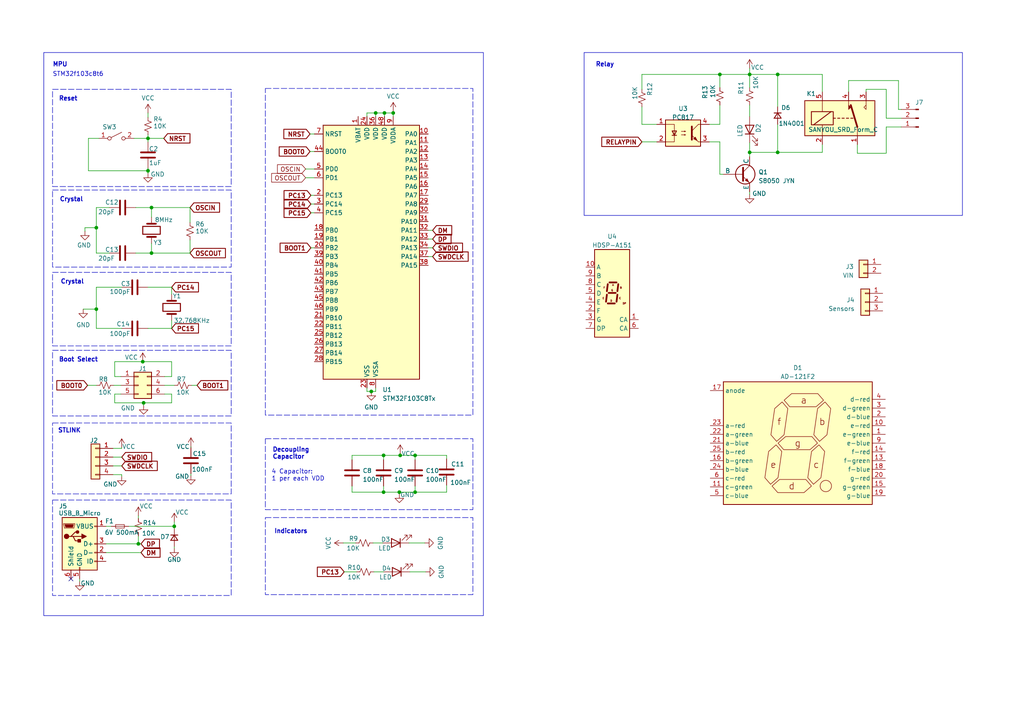
<source format=kicad_sch>
(kicad_sch (version 20230121) (generator eeschema)
  (paper "A4")
  (junction (at 43.942 60.198))
  (junction (at 225.552 21.59))
  (junction (at 50.546 152.654))
  (junction (at 208.788 21.59))
  (junction (at 40.132 157.734))
  (junction (at 41.402 104.902))
  (junction (at 217.424 21.59))
  (junction (at 42.926 40.132))
  (junction (at 116.078 132.08))
  (junction (at 400.304 7.366))
  (junction (at 410.972 44.45))
  (junction (at 394.97 18.796))
  (junction (at 41.656 116.84))
  (junction (at 111.252 142.748))
  (junction (at 108.966 32.766))
  (junction (at 400.304 -1.778))
  (junction (at 114.046 32.766))
  (junction (at 27.94 66.04))
  (junction (at 400.304 -2.032))
  (junction (at 120.396 132.08))
  (junction (at 410.972 53.594))
  (junction (at 225.552 44.196))
  (junction (at 107.696 113.538))
  (junction (at 217.424 44.196))
  (junction (at 377.698 24.638))
  (junction (at 43.942 73.406))
  (junction (at 42.926 49.53))
  (junction (at 27.94 89.662))
  (junction (at 115.824 142.748))
  (junction (at 111.252 132.08))
  (junction (at 111.506 32.766))
  (junction (at 394.97 32.004))
  (junction (at 120.396 142.748))
  (no_connect (at 20.574 167.894))
  (wire (pts (xy 49.784 116.84) (xy 41.656 116.84)))
  (wire (pts (xy 33.02 111.76) (xy 35.052 111.76)))
  (wire (pts (xy 27.94 60.198) (xy 27.94 66.04)))
  (wire (pts (xy 107.696 113.538) (xy 108.966 113.538)))
  (wire (pts (xy 186.182 30.988) (xy 186.182 36.068)))
  (wire (pts (xy 106.426 113.538) (xy 107.696 113.538)))
  (wire (pts (xy 35.052 109.22) (xy 33.274 109.22)))
  (wire (pts (xy 49.784 114.3) (xy 49.784 116.84)))
  (wire (pts (xy 90.17 59.182) (xy 91.186 59.182)))
  (wire (pts (xy 394.97 32.004) (xy 389.128 32.004)))
  (wire (pts (xy 23.114 168.656) (xy 23.114 167.894)))
  (wire (pts (xy 55.118 60.198) (xy 43.942 60.198)))
  (wire (pts (xy 49.784 104.902) (xy 49.784 109.22)))
  (wire (pts (xy 375.412 -2.032) (xy 375.412 7.366)))
  (wire (pts (xy 217.424 21.59) (xy 225.552 21.59)))
  (wire (pts (xy 464.312 89.916) (xy 461.518 89.916)))
  (wire (pts (xy 89.916 43.942) (xy 91.186 43.942)))
  (wire (pts (xy 208.788 41.148) (xy 205.74 41.148)))
  (wire (pts (xy 125.476 66.802) (xy 124.206 66.802)))
  (wire (pts (xy 466.09 64.516) (xy 466.09 65.024)))
  (wire (pts (xy 400.304 -3.048) (xy 400.304 -2.032)))
  (wire (pts (xy 125.476 69.342) (xy 124.206 69.342)))
  (wire (pts (xy 24.638 67.056) (xy 24.638 66.04)))
  (wire (pts (xy 50.546 152.654) (xy 50.546 153.416)))
  (wire (pts (xy 42.926 50.292) (xy 42.926 49.53)))
  (wire (pts (xy 410.972 53.594) (xy 421.386 53.594)))
  (wire (pts (xy 408.432 23.114) (xy 408.432 18.796)))
  (wire (pts (xy 450.088 23.876) (xy 450.85 23.876)))
  (wire (pts (xy 120.396 142.748) (xy 129.54 142.748)))
  (wire (pts (xy 42.926 49.53) (xy 42.926 48.768)))
  (wire (pts (xy 186.182 25.908) (xy 186.182 21.59)))
  (wire (pts (xy 40.132 149.606) (xy 40.132 150.368)))
  (wire (pts (xy 110.998 157.48) (xy 108.204 157.48)))
  (wire (pts (xy 406.146 72.898) (xy 406.146 75.692)))
  (wire (pts (xy 421.386 44.45) (xy 410.972 44.45)))
  (wire (pts (xy 260.604 23.368) (xy 246.126 23.368)))
  (wire (pts (xy 476.504 98.298) (xy 471.932 98.298)))
  (wire (pts (xy 120.396 132.08) (xy 129.54 132.08)))
  (wire (pts (xy 30.734 160.274) (xy 40.894 160.274)))
  (wire (pts (xy 377.698 18.796) (xy 377.698 24.638)))
  (wire (pts (xy 111.506 32.766) (xy 114.046 32.766)))
  (wire (pts (xy 208.788 21.59) (xy 208.788 25.4)))
  (wire (pts (xy 111.252 142.748) (xy 115.824 142.748)))
  (wire (pts (xy 225.552 36.068) (xy 225.552 44.196)))
  (wire (pts (xy 125.476 74.422) (xy 124.206 74.422)))
  (wire (pts (xy 375.412 7.366) (xy 400.304 7.366)))
  (wire (pts (xy 55.372 137.922) (xy 55.372 137.414)))
  (wire (pts (xy 261.366 31.75) (xy 260.604 31.75)))
  (wire (pts (xy 49.784 85.344) (xy 49.784 83.312)))
  (wire (pts (xy 49.784 95.25) (xy 42.926 95.25)))
  (wire (pts (xy 38.862 40.132) (xy 42.926 40.132)))
  (wire (pts (xy 257.048 25.908) (xy 257.048 34.29)))
  (wire (pts (xy 106.426 33.782) (xy 106.426 32.766)))
  (wire (pts (xy 208.788 50.546) (xy 208.788 41.148)))
  (wire (pts (xy 32.766 135.128) (xy 35.306 135.128)))
  (wire (pts (xy 452.882 98.298) (xy 456.438 98.298)))
  (wire (pts (xy 111.252 132.08) (xy 111.252 133.35)))
  (wire (pts (xy 238.506 44.196) (xy 225.552 44.196)))
  (wire (pts (xy 25.654 49.53) (xy 42.926 49.53)))
  (wire (pts (xy 394.97 32.004) (xy 408.432 32.004)))
  (wire (pts (xy 217.424 56.388) (xy 217.424 55.626)))
  (wire (pts (xy 108.966 113.538) (xy 108.966 112.522)))
  (wire (pts (xy 408.432 18.796) (xy 394.97 18.796)))
  (wire (pts (xy 49.784 83.312) (xy 42.926 83.312)))
  (wire (pts (xy 393.446 73.152) (xy 391.16 73.152)))
  (wire (pts (xy 209.804 50.546) (xy 208.788 50.546)))
  (wire (pts (xy 55.372 129.54) (xy 55.372 129.794)))
  (wire (pts (xy 49.784 92.964) (xy 49.784 95.25)))
  (wire (pts (xy 246.126 23.368) (xy 246.126 26.67)))
  (wire (pts (xy 251.206 26.67) (xy 251.206 25.908)))
  (wire (pts (xy 25.4 111.76) (xy 27.94 111.76)))
  (wire (pts (xy 261.366 36.83) (xy 257.048 36.83)))
  (wire (pts (xy 217.424 44.196) (xy 217.424 45.466)))
  (wire (pts (xy 400.304 -1.778) (xy 410.718 -1.778)))
  (wire (pts (xy 400.558 52.832) (xy 400.558 53.594)))
  (wire (pts (xy 111.252 140.97) (xy 111.252 142.748)))
  (wire (pts (xy 111.506 32.766) (xy 111.506 33.782)))
  (wire (pts (xy 217.424 19.812) (xy 217.424 21.59)))
  (wire (pts (xy 129.54 142.748) (xy 129.54 140.716)))
  (wire (pts (xy 50.546 111.76) (xy 47.752 111.76)))
  (wire (pts (xy 225.552 44.196) (xy 217.424 44.196)))
  (wire (pts (xy 377.698 24.638) (xy 377.698 32.004)))
  (wire (pts (xy 27.94 73.406) (xy 31.75 73.406)))
  (wire (pts (xy 55.118 64.516) (xy 55.118 60.198)))
  (wire (pts (xy 41.656 116.84) (xy 41.656 117.602)))
  (wire (pts (xy 208.788 36.068) (xy 205.74 36.068)))
  (wire (pts (xy 27.94 83.312) (xy 35.306 83.312)))
  (wire (pts (xy 257.048 36.83) (xy 257.048 44.45)))
  (wire (pts (xy 111.252 165.862) (xy 108.458 165.862)))
  (wire (pts (xy 466.09 -7.366) (xy 466.09 -6.604)))
  (wire (pts (xy 248.666 44.45) (xy 248.666 41.91)))
  (wire (pts (xy 47.752 109.22) (xy 49.784 109.22)))
  (wire (pts (xy 43.942 73.406) (xy 39.37 73.406)))
  (wire (pts (xy 125.476 71.882) (xy 124.206 71.882)))
  (wire (pts (xy 476.504 89.916) (xy 471.932 89.916)))
  (wire (pts (xy 108.966 32.766) (xy 108.966 33.782)))
  (wire (pts (xy 35.052 114.3) (xy 33.274 114.3)))
  (wire (pts (xy 394.97 29.21) (xy 394.97 32.004)))
  (wire (pts (xy 43.942 73.406) (xy 55.118 73.406)))
  (wire (pts (xy 99.822 165.862) (xy 103.378 165.862)))
  (wire (pts (xy 400.304 -1.778) (xy 400.304 -1.016)))
  (wire (pts (xy 111.252 132.08) (xy 116.078 132.08)))
  (wire (pts (xy 24.13 89.662) (xy 27.94 89.662)))
  (wire (pts (xy 90.17 56.642) (xy 91.186 56.642)))
  (wire (pts (xy 32.766 132.588) (xy 35.306 132.588)))
  (wire (pts (xy 450.85 1.016) (xy 449.072 1.016)))
  (wire (pts (xy 388.62 -2.032) (xy 400.304 -2.032)))
  (wire (pts (xy 43.942 70.612) (xy 43.942 73.406)))
  (wire (pts (xy 186.182 36.068) (xy 190.5 36.068)))
  (wire (pts (xy 57.15 111.76) (xy 55.626 111.76)))
  (wire (pts (xy 400.304 -1.778) (xy 400.304 -2.032)))
  (wire (pts (xy 99.568 157.48) (xy 103.124 157.48)))
  (wire (pts (xy 114.046 32.766) (xy 114.046 33.782)))
  (wire (pts (xy 102.108 140.97) (xy 102.108 142.748)))
  (wire (pts (xy 450.088 54.356) (xy 450.85 54.356)))
  (wire (pts (xy 208.788 30.48) (xy 208.788 36.068)))
  (wire (pts (xy 27.94 66.04) (xy 27.94 73.406)))
  (wire (pts (xy 260.604 31.75) (xy 260.604 23.368)))
  (wire (pts (xy 40.132 157.734) (xy 40.894 157.734)))
  (wire (pts (xy 400.558 45.212) (xy 400.558 44.45)))
  (wire (pts (xy 35.306 137.668) (xy 32.766 137.668)))
  (wire (pts (xy 452.882 89.916) (xy 456.438 89.916)))
  (wire (pts (xy 35.306 130.048) (xy 32.766 130.048)))
  (wire (pts (xy 397.51 76.454) (xy 397.51 70.612)))
  (wire (pts (xy 400.304 8.128) (xy 400.304 7.366)))
  (wire (pts (xy 400.558 53.594) (xy 410.972 53.594)))
  (wire (pts (xy 238.506 41.91) (xy 238.506 44.196)))
  (wire (pts (xy 108.966 32.766) (xy 111.506 32.766)))
  (wire (pts (xy 35.306 130.048) (xy 35.306 129.794)))
  (wire (pts (xy 377.698 32.004) (xy 381.508 32.004)))
  (wire (pts (xy 39.37 60.198) (xy 43.942 60.198)))
  (wire (pts (xy 115.824 142.748) (xy 120.396 142.748)))
  (wire (pts (xy 88.646 51.562) (xy 91.186 51.562)))
  (wire (pts (xy 120.396 132.08) (xy 120.396 133.35)))
  (wire (pts (xy 90.17 61.722) (xy 91.186 61.722)))
  (wire (pts (xy 217.424 21.59) (xy 217.424 25.4)))
  (wire (pts (xy 102.108 142.748) (xy 111.252 142.748)))
  (wire (pts (xy 393.446 68.072) (xy 391.16 68.072)))
  (wire (pts (xy 120.396 140.97) (xy 120.396 142.748)))
  (wire (pts (xy 115.824 142.748) (xy 115.824 143.256)))
  (wire (pts (xy 186.182 21.59) (xy 208.788 21.59)))
  (wire (pts (xy 449.072 3.556) (xy 450.85 3.556)))
  (wire (pts (xy 42.926 40.132) (xy 47.498 40.132)))
  (wire (pts (xy 410.972 53.594) (xy 410.972 53.848)))
  (wire (pts (xy 27.94 89.662) (xy 27.94 95.25)))
  (wire (pts (xy 50.546 159.004) (xy 50.546 158.496)))
  (wire (pts (xy 27.94 89.662) (xy 27.94 83.312)))
  (wire (pts (xy 102.108 133.35) (xy 102.108 132.08)))
  (wire (pts (xy 406.146 75.692) (xy 391.16 75.692)))
  (wire (pts (xy 391.922 49.53) (xy 392.684 49.53)))
  (wire (pts (xy 42.926 39.116) (xy 42.926 40.132)))
  (wire (pts (xy 394.97 18.796) (xy 394.97 21.59)))
  (wire (pts (xy 33.274 116.84) (xy 41.656 116.84)))
  (wire (pts (xy 374.396 24.638) (xy 377.698 24.638)))
  (wire (pts (xy 208.788 21.59) (xy 217.424 21.59)))
  (wire (pts (xy 450.088 56.896) (xy 450.85 56.896)))
  (wire (pts (xy 88.646 49.022) (xy 91.186 49.022)))
  (wire (pts (xy 374.396 25.654) (xy 374.396 24.638)))
  (wire (pts (xy 421.386 45.212) (xy 421.386 44.45)))
  (wire (pts (xy 397.51 70.612) (xy 391.16 70.612)))
  (wire (pts (xy 24.638 66.04) (xy 27.94 66.04)))
  (wire (pts (xy 102.108 132.08) (xy 111.252 132.08)))
  (wire (pts (xy 421.386 53.594) (xy 421.386 52.832)))
  (wire (pts (xy 400.304 -9.398) (xy 400.304 -8.128)))
  (wire (pts (xy 186.182 41.148) (xy 190.5 41.148)))
  (wire (pts (xy 50.546 151.384) (xy 50.546 152.654)))
  (wire (pts (xy 123.444 165.862) (xy 118.872 165.862)))
  (wire (pts (xy 27.94 95.25) (xy 35.306 95.25)))
  (wire (pts (xy 410.972 44.45) (xy 410.972 43.688)))
  (wire (pts (xy 408.432 32.004) (xy 408.432 28.194)))
  (wire (pts (xy 400.304 7.366) (xy 400.304 6.604)))
  (wire (pts (xy 381.508 18.796) (xy 377.698 18.796)))
  (wire (pts (xy 238.506 21.59) (xy 238.506 26.67)))
  (wire (pts (xy 389.128 18.796) (xy 394.97 18.796)))
  (wire (pts (xy 41.402 104.902) (xy 49.784 104.902)))
  (wire (pts (xy 106.426 112.522) (xy 106.426 113.538)))
  (wire (pts (xy 50.546 152.654) (xy 37.338 152.654)))
  (wire (pts (xy 28.702 40.132) (xy 25.654 40.132)))
  (wire (pts (xy 47.752 114.3) (xy 49.784 114.3)))
  (wire (pts (xy 400.558 44.45) (xy 410.972 44.45)))
  (wire (pts (xy 384.302 49.53) (xy 383.032 49.53)))
  (wire (pts (xy 55.118 73.406) (xy 55.118 69.596)))
  (wire (pts (xy 35.306 138.176) (xy 35.306 137.668)))
  (wire (pts (xy 116.078 132.08) (xy 120.396 132.08)))
  (wire (pts (xy 225.552 21.59) (xy 238.506 21.59)))
  (wire (pts (xy 33.274 104.902) (xy 41.402 104.902)))
  (wire (pts (xy 31.75 60.198) (xy 27.94 60.198)))
  (wire (pts (xy 123.19 157.48) (xy 118.618 157.48)))
  (wire (pts (xy 33.274 114.3) (xy 33.274 116.84)))
  (wire (pts (xy 217.424 33.782) (xy 217.424 30.48)))
  (wire (pts (xy 464.312 98.298) (xy 461.518 98.298)))
  (wire (pts (xy 251.206 25.908) (xy 257.048 25.908)))
  (wire (pts (xy 42.926 32.766) (xy 42.926 34.036)))
  (wire (pts (xy 30.734 157.734) (xy 40.132 157.734)))
  (wire (pts (xy 40.132 155.448) (xy 40.132 157.734)))
  (wire (pts (xy 43.942 60.198) (xy 43.942 62.992)))
  (wire (pts (xy 257.048 34.29) (xy 261.366 34.29)))
  (wire (pts (xy 25.654 40.132) (xy 25.654 49.53)))
  (wire (pts (xy 90.17 71.882) (xy 91.186 71.882)))
  (wire (pts (xy 32.258 152.654) (xy 30.734 152.654)))
  (wire (pts (xy 106.426 32.766) (xy 108.966 32.766)))
  (wire (pts (xy 89.916 38.862) (xy 91.186 38.862)))
  (wire (pts (xy 42.926 40.132) (xy 42.926 41.148)))
  (wire (pts (xy 257.048 44.45) (xy 248.666 44.45)))
  (wire (pts (xy 129.54 132.08) (xy 129.54 133.096)))
  (wire (pts (xy 114.046 32.258) (xy 114.046 32.766)))
  (wire (pts (xy 378.46 -2.032) (xy 375.412 -2.032)))
  (wire (pts (xy 116.078 131.572) (xy 116.078 132.08)))
  (wire (pts (xy 217.424 41.402) (xy 217.424 44.196)))
  (wire (pts (xy 225.552 21.59) (xy 225.552 30.988)))
  (wire (pts (xy 33.274 109.22) (xy 33.274 104.902)))
  (rectangle (start 76.962 150.114) (end 137.16 172.466) (stroke (width 0) (type dash)))
  (rectangle (start 15.24 101.6) (end 67.056 120.65) (stroke (width 0) (type dash)))
  (rectangle (start 76.962 127.254) (end 137.16 147.828) (stroke (width 0) (type dash)))
  (rectangle (start 12.7 15.24) (end 140.208 178.562))
  (rectangle (start 169.418 15.24) (end 279.146 62.484))
  (rectangle (start 364.998 38.354) (end 425.958 58.928) (stroke (width 0) (type dash)))
  (rectangle (start 15.24 122.682) (end 67.056 143.256) (stroke (width 0) (type dash)))
  (rectangle (start 15.24 78.994) (end 67.056 100.33) (stroke (width 0) (type dash)))
  (rectangle (start 364.998 60.706) (end 425.958 81.28) (stroke (width 0) (type dash)))
  (rectangle (start 76.962 25.654) (end 137.16 120.396) (stroke (width 0) (type dash)))
  (rectangle (start 15.24 145.034) (end 67.056 172.72) (stroke (width 0) (type dash)))
  (rectangle (start 15.24 55.118) (end 67.056 77.47) (stroke (width 0) (type dash)))
  (rectangle (start 364.998 -16.256) (end 425.958 11.938) (stroke (width 0) (type dash)))
  (rectangle (start 430.022 83.058) (end 488.188 103.632) (stroke (width 0) (type dash)))
  (rectangle (start 15.24 25.908) (end 67.056 54.102) (stroke (width 0) (type dash)))
  (rectangle (start 361.442 -26.416) (end 497.332 108.712))
  (rectangle (start 364.998 13.716) (end 425.958 36.068) (stroke (width 0) (type dash)))
  (rectangle (start 430.022 -16.256) (end 488.188 81.28) (stroke (width 0) (type dash)))
  (text "Reset\n" (at 366.776 -12.7 0) (effects (font (size 1.27 1.27) bold) (justify left bottom)))
  (text "Crystal\n" (at 17.526 82.55 0) (effects (font (size 1.27 1.27) bold) (justify left bottom)))
  (text "Indicators\n" (at 432.562 86.614 0) (effects (font (size 1.27 1.27) bold) (justify left bottom)))
  (text "STLINK\n" (at 367.538 65.532 0) (effects (font (size 1.27 1.27) bold) (justify left bottom)))
  (text "Boot Select" (at 17.018 105.156 0) (effects (font (size 1.27 1.27) bold) (justify left bottom)))
  (text "STLINK\n" (at 16.764 125.73 0) (effects (font (size 1.27 1.27) bold) (justify left bottom)))
  (text "Decoupling \nCapacitor\n" (at 367.03 44.45 0) (effects (font (size 1.27 1.27) bold) (justify left bottom)))
  (text "Reset\n" (at 17.018 29.464 0) (effects (font (size 1.27 1.27) bold) (justify left bottom)))
  (text "STM8S\n" (at 364.744 -18.288 0) (effects (font (size 1.27 1.27)) (justify left bottom)))
  (text "MPU\n" (at 364.744 -21.082 0) (effects (font (size 1.27 1.27) (thickness 0.254) bold) (justify left bottom)))
  (text "Relay\n" (at 172.72 19.558 0) (effects (font (size 1.27 1.27) bold) (justify left bottom)))
  (text "MPU\n" (at 15.24 19.558 0) (effects (font (size 1.27 1.27) (thickness 0.254) bold) (justify left bottom)))
  (text "STM32f103c8t6" (at 15.24 22.352 0) (effects (font (size 1.27 1.27)) (justify left bottom)))
  (text "Crystal\n" (at 17.272 58.674 0) (effects (font (size 1.27 1.27) bold) (justify left bottom)))
  (text "butuh riset lg\n" (at 409.194 65.532 0) (effects (font (size 1.27 1.27) bold) (justify left bottom)))
  (text "4 Capacitor: \n1 per each VDD\n" (at 78.74 139.7 0) (effects (font (size 1.27 1.27)) (justify left bottom)))
  (text "Indicators\n" (at 79.502 154.94 0) (effects (font (size 1.27 1.27) bold) (justify left bottom)))
  (text "Crystal\n" (at 367.03 17.272 0) (effects (font (size 1.27 1.27) bold) (justify left bottom)))
  (text "Decoupling \nCapacitor\n" (at 78.994 133.35 0) (effects (font (size 1.27 1.27) bold) (justify left bottom)))
  (global_label "DP" (shape input) (at 40.894 157.734 0) (effects (font bold)) (property "Intersheetrefs" "${INTERSHEET_REFS}" (effects hide)))
  (global_label "SWIM" (shape input) (at 393.446 73.152 0) (effects (font bold)) (property "Intersheetrefs" "${INTERSHEET_REFS}" (effects hide)))
  (global_label "OSCOUT" (shape input) (at 88.646 51.562 180) (property "Intersheetrefs" "${INTERSHEET_REFS}" (effects hide)))
  (global_label "SWDCLK" (shape input) (at 125.476 74.422 0) (effects (font bold)) (property "Intersheetrefs" "${INTERSHEET_REFS}" (effects hide)))
  (global_label "BOOT1" (shape input) (at 90.17 71.882 180) (effects (font bold)) (property "Intersheetrefs" "${INTERSHEET_REFS}" (effects hide)))
  (global_label "VCAP" (shape input) (at 450.088 56.896 180) (effects (font bold)) (property "Intersheetrefs" "${INTERSHEET_REFS}" (effects hide)))
  (global_label "RELAYPIN" (shape input) (at 186.182 41.148 180) (effects (font bold)) (property "Intersheetrefs" "${INTERSHEET_REFS}" (effects hide)))
  (global_label "PB5" (shape input) (at 476.504 98.298 0) (effects (font bold)) (property "Intersheetrefs" "${INTERSHEET_REFS}" (effects hide)))
  (global_label "SWDIO" (shape input) (at 35.306 132.588 0) (effects (font bold)) (property "Intersheetrefs" "${INTERSHEET_REFS}" (effects hide)))
  (global_label "NRST" (shape input) (at 393.446 68.072 0) (effects (font bold)) (property "Intersheetrefs" "${INTERSHEET_REFS}" (effects hide)))
  (global_label "PC13" (shape input) (at 99.822 165.862 180) (effects (font bold)) (property "Intersheetrefs" "${INTERSHEET_REFS}" (effects hide)))
  (global_label "PC13" (shape input) (at 90.17 56.642 180) (effects (font bold)) (property "Intersheetrefs" "${INTERSHEET_REFS}" (effects hide)))
  (global_label "OSCIN" (shape input) (at 55.118 60.198 0) (effects (font bold)) (property "Intersheetrefs" "${INTERSHEET_REFS}" (effects hide)))
  (global_label "DP" (shape input) (at 125.476 69.342 0) (effects (font bold)) (property "Intersheetrefs" "${INTERSHEET_REFS}" (effects hide)))
  (global_label "DM" (shape input) (at 125.476 66.802 0) (effects (font bold)) (property "Intersheetrefs" "${INTERSHEET_REFS}" (effects hide)))
  (global_label "OSCIN" (shape input) (at 449.072 1.016 180) (effects (font bold)) (property "Intersheetrefs" "${INTERSHEET_REFS}" (effects hide)))
  (global_label "NRST" (shape input) (at 410.718 -1.778 0) (effects (font bold)) (property "Intersheetrefs" "${INTERSHEET_REFS}" (effects hide)))
  (global_label "PC14" (shape input) (at 90.17 59.182 180) (effects (font bold)) (property "Intersheetrefs" "${INTERSHEET_REFS}" (effects hide)))
  (global_label "BOOT1" (shape input) (at 57.15 111.76 0) (effects (font bold)) (property "Intersheetrefs" "${INTERSHEET_REFS}" (effects hide)))
  (global_label "OSCOUT" (shape input) (at 449.072 3.556 180) (effects (font bold)) (property "Intersheetrefs" "${INTERSHEET_REFS}" (effects hide)))
  (global_label "PC15" (shape input) (at 90.17 61.722 180) (effects (font bold)) (property "Intersheetrefs" "${INTERSHEET_REFS}" (effects hide)))
  (global_label "SWDIO" (shape input) (at 125.476 71.882 0) (effects (font bold)) (property "Intersheetrefs" "${INTERSHEET_REFS}" (effects hide)))
  (global_label "BOOT0" (shape input) (at 25.4 111.76 180) (effects (font bold)) (property "Intersheetrefs" "${INTERSHEET_REFS}" (effects hide)))
  (global_label "OSCIN" (shape input) (at 408.432 18.796 0) (effects (font bold)) (property "Intersheetrefs" "${INTERSHEET_REFS}" (effects hide)))
  (global_label "NRST" (shape input) (at 47.498 40.132 0) (effects (font bold)) (property "Intersheetrefs" "${INTERSHEET_REFS}" (effects hide)))
  (global_label "OSCOUT" (shape input) (at 408.432 32.004 0) (effects (font bold)) (property "Intersheetrefs" "${INTERSHEET_REFS}" (effects hide)))
  (global_label "PC14" (shape input) (at 49.784 83.312 0) (effects (font bold)) (property "Intersheetrefs" "${INTERSHEET_REFS}" (effects hide)))
  (global_label "OSCOUT" (shape input) (at 55.118 73.406 0) (effects (font bold)) (property "Intersheetrefs" "${INTERSHEET_REFS}" (effects hide)))
  (global_label "SWDCLK" (shape input) (at 35.306 135.128 0) (effects (font bold)) (property "Intersheetrefs" "${INTERSHEET_REFS}" (effects hide)))
  (global_label "DM" (shape input) (at 40.894 160.274 0) (effects (font bold)) (property "Intersheetrefs" "${INTERSHEET_REFS}" (effects hide)))
  (global_label "PC15" (shape input) (at 49.784 95.25 0) (effects (font bold)) (property "Intersheetrefs" "${INTERSHEET_REFS}" (effects hide)))
  (global_label "VCAP" (shape input) (at 383.032 49.53 180) (effects (font bold)) (property "Intersheetrefs" "${INTERSHEET_REFS}" (effects hide)))
  (global_label "OSCIN" (shape input) (at 88.646 49.022 180) (property "Intersheetrefs" "${INTERSHEET_REFS}" (effects hide)))
  (global_label "NRST" (shape input) (at 450.088 54.356 180) (effects (font bold)) (property "Intersheetrefs" "${INTERSHEET_REFS}" (effects hide)))
  (global_label "NRST" (shape input) (at 89.916 38.862 180) (effects (font bold)) (property "Intersheetrefs" "${INTERSHEET_REFS}" (effects hide)))
  (global_label "BOOT0" (shape input) (at 89.916 43.942 180) (effects (font bold)) (property "Intersheetrefs" "${INTERSHEET_REFS}" (effects hide)))
  (global_label "PB5" (shape input) (at 450.088 23.876 180) (effects (font bold)) (property "Intersheetrefs" "${INTERSHEET_REFS}" (effects hide)))
  (symbol (lib_id "Device:R_Small_US") (at 40.132 152.908 180) (unit 1)
    (property "Reference" "R14" (at 41.402 151.638 0) (effects (justify right)))
    (property "Value" "10K" (at 41.148 154.686 0) (effects (justify right)))
    (property "Footprint" "Resistor_SMD:R_0805_2012Metric_Pad1.20x1.40mm_HandSolder" (effects hide))
  )
  (symbol (lib_id "Switch:SW_SPST") (at 383.54 -2.032 0) (unit 1)
    (property "Reference" "SW1" (at 381.508 -5.334 0))
    (property "Value" "SW_SPST" (effects hide))
    (property "Footprint" "Button_Switch_THT:SW_PUSH_6mm_H5mm" (effects hide))
  )
  (symbol (lib_id "Device:C") (at 39.116 83.312 270) (unit 1)
    (property "Reference" "C3" (at 35.052 82.296 90) (effects (justify left)))
    (property "Value" "100pF" (at 31.75 84.582 90) (effects (justify left)))
    (property "Footprint" "Capacitor_SMD:C_0805_2012Metric_Pad1.18x1.45mm_HandSolder" (effects hide))
  )
  (symbol (lib_id "Connector_Generic:Conn_02x03_Odd_Even") (at 40.132 111.76 0) (unit 1)
    (property "Reference" "J1" (at 41.402 106.934 0))
    (property "Value" "Conn_02x03_Odd_Even" (effects hide))
  )
  (symbol (lib_id "power:GND") (at 35.306 138.176 0) (unit 1)
    (property "Reference" "#PWR019" (effects hide))
    (property "Value" "GND" (at 32.004 140.462 0))
  )
  (symbol (lib_id "power:GND") (at 410.972 53.848 0) (unit 1)
    (property "Reference" "#PWR04" (effects hide))
    (property "Value" "GND" (at 415.036 55.372 0))
  )
  (symbol (lib_id "power:GND") (at 24.638 67.056 0) (unit 1)
    (property "Reference" "#PWR014" (effects hide))
    (property "Value" "GND" (at 24.384 71.12 0))
  )
  (symbol (lib_id "Device:C") (at 385.318 32.004 270) (unit 1)
    (property "Reference" "C17" (at 380.238 30.988 90) (effects (justify left)))
    (property "Value" "20pF" (at 378.206 33.528 90) (effects (justify left)))
    (property "Footprint" "Capacitor_SMD:C_0805_2012Metric_Pad1.18x1.45mm_HandSolder" (effects hide))
  )
  (symbol (lib_id "Device:C") (at 421.386 49.022 0) (unit 1)
    (property "Reference" "C7" (at 417.068 46.99 0) (effects (justify left)))
    (property "Value" "10uF" (at 416.56 51.308 0) (effects (justify left)))
    (property "Footprint" "Capacitor_SMD:C_0805_2012Metric_Pad1.18x1.45mm_HandSolder" (effects hide))
  )
  (symbol (lib_id "Device:LED") (at 468.122 98.298 180) (unit 1)
    (property "Reference" "D8" (at 466.344 95.758 0) (effects (justify right)))
    (property "Value" "LED" (at 466.598 101.092 0) (effects (justify right)))
    (property "Footprint" "LED_SMD:LED_1206_3216Metric_Pad1.42x1.75mm_HandSolder" (effects hide))
  )
  (symbol (lib_id "Device:Fuse_Small") (at 34.798 152.654 0) (unit 1)
    (property "Reference" "F1" (at 31.75 151.13 0))
    (property "Value" "6V 500mA" (at 35.306 154.432 0))
    (property "Footprint" "Fuse:Fuse_1812_4532Metric_Pad1.30x3.40mm_HandSolder" (effects hide))
  )
  (symbol (lib_id "Device:C") (at 39.116 95.25 270) (unit 1)
    (property "Reference" "C14" (at 33.782 93.98 90) (effects (justify left)))
    (property "Value" "100pF" (at 31.75 96.774 90) (effects (justify left)))
    (property "Footprint" "Capacitor_SMD:C_0805_2012Metric_Pad1.18x1.45mm_HandSolder" (effects hide))
  )
  (symbol (lib_id "power:GND") (at 397.51 76.454 0) (unit 1)
    (property "Reference" "#PWR05" (effects hide))
    (property "Value" "GND" (at 401.066 78.486 0))
  )
  (symbol (lib_id "Device:LED") (at 468.122 89.916 180) (unit 1)
    (property "Reference" "D9" (at 466.852 86.614 0) (effects (justify right)))
    (property "Value" "LED" (at 466.598 92.71 0) (effects (justify right)))
    (property "Footprint" "LED_SMD:LED_1206_3216Metric_Pad1.42x1.75mm_HandSolder" (effects hide))
  )
  (symbol (lib_id "Device:LED") (at 217.424 37.592 90) (unit 1)
    (property "Reference" "D2" (at 219.964 35.814 0) (effects (justify right)))
    (property "Value" "LED" (at 214.63 36.068 0) (effects (justify right)))
    (property "Footprint" "LED_SMD:LED_1206_3216Metric_Pad1.42x1.75mm_HandSolder" (effects hide))
  )
  (symbol (lib_id "Connector_Generic:Conn_01x04") (at 27.686 132.588 0) (mirror y) (unit 1)
    (property "Reference" "J2" (at 28.448 127.762 0) (effects (justify left)))
    (property "Value" "Conn_01x04" (effects hide))
  )
  (symbol (lib_id "power:VCC") (at 55.372 129.54 0) (unit 1)
    (property "Reference" "#PWR021" (effects hide))
    (property "Value" "VCC" (at 53.086 129.54 0))
  )
  (symbol (lib_id "Device:R_Small_US") (at 208.788 27.94 0) (unit 1)
    (property "Reference" "R13" (at 204.47 28.702 90) (effects (justify left)))
    (property "Value" "10K" (at 206.756 28.448 90) (effects (justify left)))
    (property "Footprint" "Resistor_SMD:R_0805_2012Metric_Pad1.20x1.40mm_HandSolder" (effects hide))
  )
  (symbol (lib_id "power:VCC") (at 42.926 32.766 0) (unit 1)
    (property "Reference" "#PWR09" (effects hide))
    (property "Value" "VCC" (at 42.926 28.448 0))
  )
  (symbol (lib_id "Display_Character:AD-121F2") (at 231.394 128.524 0) (unit 1)
    (property "Reference" "D1" (at 231.394 106.68 0))
    (property "Value" "AD-121F2" (at 231.394 109.22 0))
    (property "Footprint" "Display_7Segment:AD-121F2" (effects hide))
    (property "Datasheet" "http://usasyck.com/products/AD-121F2_cat_e.pdf" (effects hide))
  )
  (symbol (lib_id "Device:C") (at 400.558 49.022 0) (unit 1)
    (property "Reference" "C6" (at 401.066 46.99 0) (effects (justify left)))
    (property "Value" "100nF" (at 400.812 51.562 0) (effects (justify left)))
    (property "Footprint" "Capacitor_SMD:C_0805_2012Metric_Pad1.18x1.45mm_HandSolder" (effects hide))
  )
  (symbol (lib_id "power:VCC") (at 40.132 149.606 0) (unit 1)
    (property "Reference" "#PWR034" (effects hide))
    (property "Value" "VCC" (at 42.418 146.812 0))
  )
  (symbol (lib_id "power:GND") (at 55.372 137.922 0) (unit 1)
    (property "Reference" "#PWR022" (effects hide))
    (property "Value" "GND" (at 52.832 138.176 0))
  )
  (symbol (lib_id "Connector_Generic:Conn_01x03") (at 250.952 87.63 0) (mirror y) (unit 1)
    (property "Reference" "J4" (at 247.904 86.995 0) (effects (justify left)))
    (property "Value" "Sensors" (at 247.904 89.535 0) (effects (justify left)))
  )
  (symbol (lib_id "power:VCC") (at 50.546 151.384 0) (unit 1)
    (property "Reference" "#PWR032" (effects hide))
    (property "Value" "VCC" (at 52.832 148.59 0))
  )
  (symbol (lib_id "Device:R_Small_US") (at 400.304 -5.588 180) (unit 1)
    (property "Reference" "R2" (at 401.828 -7.62 0) (effects (justify right)))
    (property "Value" "10K" (at 401.828 -5.588 0) (effects (justify right)))
    (property "Footprint" "Resistor_SMD:R_0805_2012Metric_Pad1.20x1.40mm_HandSolder" (effects hide))
  )
  (symbol (lib_id "power:GND") (at 392.684 49.53 90) (unit 1)
    (property "Reference" "#PWR027" (effects hide))
    (property "Value" "GND" (at 393.192 46.736 0))
  )
  (symbol (lib_id "power:VCC") (at 99.568 157.48 90) (unit 1)
    (property "Reference" "#PWR023" (effects hide))
    (property "Value" "VCC" (at 95.25 157.48 0))
  )
  (symbol (lib_id "Device:C") (at 385.318 18.796 270) (unit 1)
    (property "Reference" "C5" (at 380.238 17.272 90) (effects (justify left)))
    (property "Value" "20pF" (at 378.206 20.066 90) (effects (justify left)))
    (property "Footprint" "Capacitor_SMD:C_0805_2012Metric_Pad1.18x1.45mm_HandSolder" (effects hide))
  )
  (symbol (lib_id "Device:R_Small_US") (at 408.432 25.654 180) (unit 1)
    (property "Reference" "R3" (at 409.956 23.622 0) (effects (justify right)))
    (property "Value" "10K" (at 409.956 25.654 0) (effects (justify right)))
    (property "Footprint" "Resistor_SMD:R_0805_2012Metric_Pad1.20x1.40mm_HandSolder" (effects hide))
  )
  (symbol (lib_id "power:GND") (at 400.304 8.128 0) (unit 1)
    (property "Reference" "#PWR029" (effects hide))
    (property "Value" "GND" (at 403.098 8.382 0))
  )
  (symbol (lib_id "power:GND") (at 115.824 143.256 0) (unit 1)
    (property "Reference" "#PWR012" (effects hide))
    (property "Value" "GND" (at 118.11 143.51 0))
  )
  (symbol (lib_id "power:GND") (at 41.656 117.602 0) (unit 1)
    (property "Reference" "#PWR018" (effects hide))
    (property "Value" "GND" (at 37.084 118.364 0))
  )
  (symbol (lib_id "power:VCC") (at 452.882 98.298 90) (unit 1)
    (property "Reference" "#PWR035" (effects hide))
    (property "Value" "VCC" (at 448.564 98.298 0))
  )
  (symbol (lib_id "Device:R_Small_US") (at 458.978 98.298 90) (unit 1)
    (property "Reference" "R15" (at 458.343 96.012 90) (effects (justify left)))
    (property "Value" "10K" (at 459.486 100.33 90) (effects (justify left)))
    (property "Footprint" "Resistor_SMD:R_0805_2012Metric_Pad1.20x1.40mm_HandSolder" (effects hide))
  )
  (symbol (lib_id "Device:C") (at 55.372 133.604 0) (unit 1)
    (property "Reference" "C15" (at 55.88 131.572 0) (effects (justify left)))
    (property "Value" "100nF" (at 55.626 136.144 0) (effects (justify left)))
    (property "Footprint" "Capacitor_SMD:C_0805_2012Metric_Pad1.18x1.45mm_HandSolder" (effects hide))
  )
  (symbol (lib_id "Device:LED") (at 115.062 165.862 180) (unit 1)
    (property "Reference" "D4" (at 110.744 164.846 0) (effects (justify right)))
    (property "Value" "LED" (at 109.982 167.386 0) (effects (justify right)))
    (property "Footprint" "LED_SMD:LED_1206_3216Metric_Pad1.42x1.75mm_HandSolder" (effects hide))
  )
  (symbol (lib_id "Device:Crystal") (at 49.784 89.154 90) (unit 1)
    (property "Reference" "Y1" (at 51.308 85.852 90))
    (property "Value" "32.768KHz" (at 55.626 92.964 90))
    (property "Footprint" "Crystal:Crystal_SMD_SeikoEpson_MC306-4Pin_8.0x3.2mm_HandSoldering" (effects hide))
  )
  (symbol (lib_id "MCU_ST_STM8:STM8S003K3T") (at 466.09 28.956 0) (unit 1)
    (property "Reference" "U2" (at 468.0459 -6.096 0) (effects (justify left)))
    (property "Value" "STM8S003K3T" (at 468.0459 -3.556 0) (effects (justify left)))
    (property "Footprint" "Package_QFP:LQFP-32_7x7mm_P0.8mm" (effects hide))
    (property "Datasheet" "http://www.st.com/st-web-ui/static/active/en/resource/technical/document/datasheet/DM00024550.pdf" (effects hide))
  )
  (symbol (lib_id "Device:LED") (at 114.808 157.48 180) (unit 1)
    (property "Reference" "D3" (at 110.49 156.464 0) (effects (justify right)))
    (property "Value" "LED" (at 109.728 159.004 0) (effects (justify right)))
    (property "Footprint" "LED_SMD:LED_1206_3216Metric_Pad1.42x1.75mm_HandSolder" (effects hide))
  )
  (symbol (lib_id "Device:Crystal") (at 394.97 25.4 90) (unit 1)
    (property "Reference" "Y4" (at 396.748 28.956 90))
    (property "Value" "8MHz" (at 398.526 22.352 90))
    (property "Footprint" "Crystal:Crystal_HC49-4H_Vertical" (effects hide))
  )
  (symbol (lib_id "MCU_ST_STM32F1:STM32F103C8Tx") (at 106.426 74.422 0) (unit 1)
    (property "Reference" "U1" (at 110.9219 113.03 0) (effects (justify left)))
    (property "Value" "STM32F103C8Tx" (at 110.9219 115.57 0) (effects (justify left)))
    (property "Footprint" "Package_QFP:LQFP-48_7x7mm_P0.5mm" (effects hide))
    (property "Datasheet" "https://www.st.com/resource/en/datasheet/stm32f103c8.pdf" (effects hide))
  )
  (symbol (lib_id "power:VCC") (at 406.146 72.898 0) (unit 1)
    (property "Reference" "#PWR06" (effects hide))
    (property "Value" "VCC" (at 406.146 69.596 0))
  )
  (symbol (lib_id "Device:R_Small_US") (at 186.182 28.448 0) (unit 1)
    (property "Reference" "R12" (at 188.468 27.813 90) (effects (justify left)))
    (property "Value" "10K" (at 184.15 28.956 90) (effects (justify left)))
    (property "Footprint" "Resistor_SMD:R_0805_2012Metric_Pad1.20x1.40mm_HandSolder" (effects hide))
  )
  (symbol (lib_id "power:GND") (at 107.696 113.538 0) (unit 1)
    (property "Reference" "#PWR016" (effects hide))
    (property "Value" "GND" (at 107.696 118.11 0))
  )
  (symbol (lib_id "Device:C") (at 111.252 137.16 0) (unit 1)
    (property "Reference" "C9" (at 114.3 136.525 0) (effects (justify left)))
    (property "Value" "100nF" (at 114.3 139.065 0) (effects (justify left)))
    (property "Footprint" "Capacitor_SMD:C_0805_2012Metric_Pad1.18x1.45mm_HandSolder" (effects hide))
  )
  (symbol (lib_id "Relay:SANYOU_SRD_Form_C") (at 243.586 34.29 0) (unit 1)
    (property "Reference" "K1" (at 233.934 27.178 0) (effects (justify left)))
    (property "Value" "SANYOU_SRD_Form_C" (at 234.442 37.592 0) (effects (justify left)))
    (property "Footprint" "Relay_THT:Relay_SPDT_SANYOU_SRD_Series_Form_C" (effects hide))
    (property "Datasheet" "http://www.sanyourelay.ca/public/products/pdf/SRD.pdf" (effects hide))
  )
  (symbol (lib_id "power:VCC") (at 466.09 -7.366 0) (unit 1)
    (property "Reference" "#PWR02" (effects hide))
    (property "Value" "VCC" (at 468.376 -7.62 0))
  )
  (symbol (lib_id "power:GND") (at 217.424 56.388 0) (unit 1)
    (property "Reference" "#PWR030" (effects hide))
    (property "Value" "GND" (at 220.218 56.134 0))
  )
  (symbol (lib_id "power:GND") (at 123.19 157.48 90) (unit 1)
    (property "Reference" "#PWR024" (effects hide))
    (property "Value" "GND" (at 127.762 157.48 0))
  )
  (symbol (lib_id "power:GND") (at 23.114 168.656 0) (unit 1)
    (property "Reference" "#PWR031" (effects hide))
    (property "Value" "GND" (at 25.4 169.164 0))
  )
  (symbol (lib_id "Device:C") (at 42.926 44.958 0) (unit 1)
    (property "Reference" "C2" (at 43.18 43.18 0) (effects (justify left)))
    (property "Value" "1uF" (at 43.18 47.244 0) (effects (justify left)))
    (property "Footprint" "Capacitor_SMD:C_0805_2012Metric_Pad1.18x1.45mm_HandSolder" (effects hide))
  )
  (symbol (lib_id "Device:C") (at 35.56 73.406 270) (unit 1)
    (property "Reference" "C13" (at 30.48 72.39 90) (effects (justify left)))
    (property "Value" "20pF" (at 28.448 74.93 90) (effects (justify left)))
    (property "Footprint" "Capacitor_SMD:C_0805_2012Metric_Pad1.18x1.45mm_HandSolder" (effects hide))
  )
  (symbol (lib_id "power:VCC") (at 116.078 131.572 0) (unit 1)
    (property "Reference" "#PWR013" (effects hide))
    (property "Value" "VCC" (at 118.364 131.572 0))
  )
  (symbol (lib_id "power:GND") (at 24.13 89.662 0) (unit 1)
    (property "Reference" "#PWR015" (effects hide))
    (property "Value" "GND" (at 24.13 94.234 0))
  )
  (symbol (lib_id "Device:R_Small_US") (at 458.978 89.916 90) (unit 1)
    (property "Reference" "R16" (at 458.343 87.63 90) (effects (justify left)))
    (property "Value" "10K" (at 459.232 92.202 90) (effects (justify left)))
    (property "Footprint" "Resistor_SMD:R_0805_2012Metric_Pad1.20x1.40mm_HandSolder" (effects hide))
  )
  (symbol (lib_id "power:GND") (at 50.546 159.004 0) (unit 1)
    (property "Reference" "#PWR033" (effects hide))
    (property "Value" "GND" (at 50.546 162.306 0))
  )
  (symbol (lib_id "Device:Crystal") (at 43.942 66.802 90) (unit 1)
    (property "Reference" "Y3" (at 45.72 70.358 90))
    (property "Value" "8MHz" (at 47.498 63.754 90))
    (property "Footprint" "Crystal:Crystal_HC49-4H_Vertical" (effects hide))
  )
  (symbol (lib_id "power:VCC") (at 35.306 129.794 0) (unit 1)
    (property "Reference" "#PWR020" (effects hide))
    (property "Value" "VCC" (at 37.338 129.54 0))
  )
  (symbol (lib_id "power:VCC") (at 41.402 104.902 0) (unit 1)
    (property "Reference" "#PWR017" (effects hide))
    (property "Value" "VCC" (at 38.1 103.632 0))
  )
  (symbol (lib_id "Device:R_Small_US") (at 30.48 111.76 270) (unit 1)
    (property "Reference" "R8" (at 29.972 109.982 90))
    (property "Value" "10K" (at 30.48 113.792 90))
    (property "Footprint" "Resistor_SMD:R_0805_2012Metric_Pad1.20x1.40mm_HandSolder" (effects hide))
  )
  (symbol (lib_id "Device:C") (at 400.304 2.794 0) (unit 1)
    (property "Reference" "C16" (at 400.558 1.016 0) (effects (justify left)))
    (property "Value" "100nF" (at 400.558 5.08 0) (effects (justify left)))
    (property "Footprint" "Capacitor_SMD:C_0805_2012Metric_Pad1.18x1.45mm_HandSolder" (effects hide))
  )
  (symbol (lib_id "Device:C") (at 35.56 60.198 270) (unit 1)
    (property "Reference" "C12" (at 30.48 58.674 90) (effects (justify left)))
    (property "Value" "20pF" (at 28.448 61.468 90) (effects (justify left)))
    (property "Footprint" "Capacitor_SMD:C_0805_2012Metric_Pad1.18x1.45mm_HandSolder" (effects hide))
  )
  (symbol (lib_id "Device:C") (at 388.112 49.53 90) (unit 1)
    (property "Reference" "C4" (at 387.477 46.482 90) (effects (justify left)))
    (property "Value" "1uF" (at 387.35 53.086 90) (effects (justify left)))
    (property "Footprint" "Capacitor_SMD:C_0805_2012Metric_Pad1.18x1.45mm_HandSolder" (effects hide))
  )
  (symbol (lib_id "power:VCC") (at 114.046 32.258 0) (unit 1)
    (property "Reference" "#PWR011" (effects hide))
    (property "Value" "VCC" (at 114.046 27.94 0))
  )
  (symbol (lib_id "power:GND") (at 42.926 50.292 0) (unit 1)
    (property "Reference" "#PWR010" (effects hide))
    (property "Value" "GND" (at 45.72 50.546 0))
  )
  (symbol (lib_id "Connector_Generic:Conn_01x04") (at 386.08 73.152 180) (unit 1)
    (property "Reference" "J6" (at 386.842 77.978 0) (effects (justify left)))
    (property "Value" "Conn_01x04" (effects hide))
  )
  (symbol (lib_id "Device:R_Small_US") (at 55.118 67.056 180) (unit 1)
    (property "Reference" "R6" (at 56.642 65.024 0) (effects (justify right)))
    (property "Value" "10K" (at 56.642 67.056 0) (effects (justify right)))
    (property "Footprint" "Resistor_SMD:R_0805_2012Metric_Pad1.20x1.40mm_HandSolder" (effects hide))
  )
  (symbol (lib_id "Device:R_Small_US") (at 53.086 111.76 270) (unit 1)
    (property "Reference" "R7" (at 52.578 109.982 90))
    (property "Value" "10K" (at 53.086 113.792 90))
    (property "Footprint" "Resistor_SMD:R_0805_2012Metric_Pad1.20x1.40mm_HandSolder" (effects hide))
  )
  (symbol (lib_id "Device:C") (at 129.54 136.906 0) (unit 1)
    (property "Reference" "C11" (at 130.81 134.62 0) (effects (justify left)))
    (property "Value" "100nF" (at 130.556 139.954 0) (effects (justify left)))
    (property "Footprint" "Capacitor_SMD:C_0805_2012Metric_Pad1.18x1.45mm_HandSolder" (effects hide))
  )
  (symbol (lib_id "power:VCC") (at 400.304 -9.398 0) (unit 1)
    (property "Reference" "#PWR028" (effects hide))
    (property "Value" "VCC" (at 400.304 -13.716 0))
  )
  (symbol (lib_id "power:GND") (at 466.09 65.024 0) (unit 1)
    (property "Reference" "#PWR01" (effects hide))
    (property "Value" "GND" (at 466.09 69.596 0))
  )
  (symbol (lib_id "Device:D_Small") (at 225.552 33.528 270) (unit 1)
    (property "Reference" "D6" (at 226.568 31.242 90) (effects (justify left)))
    (property "Value" "1N4001" (at 225.806 35.814 90) (effects (justify left)))
    (property "Sim.Device" "D" (effects hide))
    (property "Sim.Pins" "1=K 2=A" (effects hide))
  )
  (symbol (lib_id "Connector_Generic:Conn_01x02") (at 250.444 76.708 0) (mirror y) (unit 1)
    (property "Reference" "J3" (at 247.65 77.343 0) (effects (justify left)))
    (property "Value" "VIN" (at 247.65 79.883 0) (effects (justify left)))
  )
  (symbol (lib_id "Simulation_SPICE:NPN") (at 214.884 50.546 0) (unit 1)
    (property "Reference" "Q1" (at 219.964 49.911 0) (effects (justify left)))
    (property "Value" "S8050 JYN" (at 219.964 52.451 0) (effects (justify left)))
    (property "Sim.Device" "NPN" (effects hide))
    (property "Sim.Type" "GUMMELPOON" (effects hide))
    (property "Sim.Pins" "1=C 2=B 3=E" (effects hide))
  )
  (symbol (lib_id "power:VCC") (at 217.424 19.812 0) (unit 1)
    (property "Reference" "#PWR07" (effects hide))
    (property "Value" "VCC" (at 219.71 19.558 0))
  )
  (symbol (lib_id "Device:C") (at 120.396 137.16 0) (unit 1)
    (property "Reference" "C10" (at 123.444 136.525 0) (effects (justify left)))
    (property "Value" "100nF" (at 123.444 139.065 0) (effects (justify left)))
    (property "Footprint" "Capacitor_SMD:C_0805_2012Metric_Pad1.18x1.45mm_HandSolder" (effects hide))
  )
  (symbol (lib_id "Device:R_Small_US") (at 105.918 165.862 90) (unit 1)
    (property "Reference" "R10" (at 104.648 164.592 90) (effects (justify left)))
    (property "Value" "10K" (at 104.648 167.386 90) (effects (justify left)))
    (property "Footprint" "Resistor_SMD:R_0805_2012Metric_Pad1.20x1.40mm_HandSolder" (effects hide))
  )
  (symbol (lib_id "Device:C") (at 102.108 137.16 0) (unit 1)
    (property "Reference" "C8" (at 105.156 136.525 0) (effects (justify left)))
    (property "Value" "100nF" (at 105.156 139.065 0) (effects (justify left)))
    (property "Footprint" "Capacitor_SMD:C_0805_2012Metric_Pad1.18x1.45mm_HandSolder" (effects hide))
  )
  (symbol (lib_id "Connector:USB_B_Micro") (at 23.114 157.734 0) (unit 1)
    (property "Reference" "J5" (at 18.288 146.812 0))
    (property "Value" "USB_B_Micro" (at 23.114 148.844 0))
    (property "Footprint" "Connector_USB:USB_Mini-B_Lumberg_2486_01_Horizontal" (effects hide))
  )
  (symbol (lib_id "Device:R_Small_US") (at 105.664 157.48 90) (unit 1)
    (property "Reference" "R9" (at 103.886 156.21 90) (effects (justify left)))
    (property "Value" "10K" (at 104.394 159.004 90) (effects (justify left)))
    (property "Footprint" "Resistor_SMD:R_0805_2012Metric_Pad1.20x1.40mm_HandSolder" (effects hide))
  )
  (symbol (lib_id "Device:D_Small") (at 50.546 155.956 270) (unit 1)
    (property "Reference" "D7" (at 46.482 155.702 90) (effects (justify left)))
    (property "Value" "D_Small" (effects hide))
    (property "Footprint" "Diode_SMD:D_SMA-SMB_Universal_Handsoldering" (effects hide))
  )
  (symbol (lib_id "power:VCC") (at 452.882 89.916 90) (unit 1)
    (property "Reference" "#PWR036" (effects hide))
    (property "Value" "VCC" (at 448.564 89.916 0))
  )
  (symbol (lib_id "Device:R_Small_US") (at 42.926 36.576 180) (unit 1)
    (property "Reference" "R4" (at 44.45 34.544 0) (effects (justify right)))
    (property "Value" "10K" (at 44.45 36.576 0) (effects (justify right)))
    (property "Footprint" "Resistor_SMD:R_0805_2012Metric_Pad1.20x1.40mm_HandSolder" (effects hide))
  )
  (symbol (lib_id "Device:R_Small_US") (at 217.424 27.94 0) (unit 1)
    (property "Reference" "R11" (at 214.884 27.432 90) (effects (justify left)))
    (property "Value" "10K" (at 219.202 25.908 90) (effects (justify left)))
    (property "Footprint" "Resistor_SMD:R_0805_2012Metric_Pad1.20x1.40mm_HandSolder" (effects hide))
  )
  (symbol (lib_id "Connector:Conn_01x03_Pin") (at 266.446 34.29 180) (unit 1)
    (property "Reference" "J7" (at 265.43 29.718 0) (effects (justify right)))
    (property "Value" "Conn_01x03_Pin" (effects hide))
  )
  (symbol (lib_id "Isolator:PC817") (at 198.12 38.608 0) (unit 1)
    (property "Reference" "U3" (at 198.12 31.496 0))
    (property "Value" "PC817" (at 198.12 34.036 0))
    (property "Footprint" "Package_DIP:DIP-4_W7.62mm" (effects hide))
    (property "Datasheet" "http://www.soselectronic.cz/a_info/resource/d/pc817.pdf" (effects hide))
  )
  (symbol (lib_id "Switch:SW_SPST") (at 33.782 40.132 0) (unit 1)
    (property "Reference" "SW3" (at 31.75 36.83 0))
    (property "Value" "SW_SPST" (effects hide))
    (property "Footprint" "Button_Switch_THT:SW_PUSH_6mm_H5mm" (effects hide))
  )
  (symbol (lib_id "power:GND") (at 374.396 25.654 0) (unit 1)
    (property "Reference" "#PWR08" (effects hide))
    (property "Value" "GND" (at 374.142 29.718 0))
  )
  (symbol (lib_id "power:GND") (at 476.504 89.916 90) (unit 1)
    (property "Reference" "#PWR037" (effects hide))
    (property "Value" "GND" (at 481.076 89.916 0))
  )
  (symbol (lib_id "power:GND") (at 123.444 165.862 90) (unit 1)
    (property "Reference" "#PWR026" (effects hide))
    (property "Value" "GND" (at 128.016 165.862 0))
  )
  (symbol (lib_id "Display_Character:HDSP-A151") (at 177.546 85.09 0) (unit 1)
    (property "Reference" "U4" (at 177.546 68.58 0))
    (property "Value" "HDSP-A151" (at 177.546 71.12 0))
    (property "Footprint" "Display_7Segment:HDSP-A151" (effects hide))
    (property "Datasheet" "https://docs.broadcom.com/docs/AV02-2553EN" (effects hide))
  )
  (symbol (lib_id "power:VCC") (at 410.972 43.688 0) (unit 1)
    (property "Reference" "#PWR03" (effects hide))
    (property "Value" "VCC" (at 414.02 42.926 0))
  )
)
</source>
